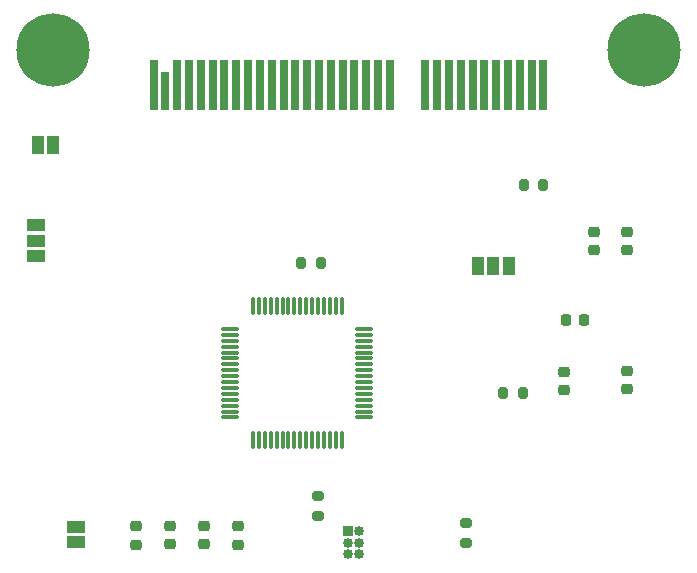
<source format=gbr>
%TF.GenerationSoftware,KiCad,Pcbnew,8.0.6*%
%TF.CreationDate,2024-10-28T16:17:03-03:00*%
%TF.ProjectId,CW312T_STM32F,43573331-3254-45f5-9354-4d3332462e6b,rev?*%
%TF.SameCoordinates,Original*%
%TF.FileFunction,Soldermask,Top*%
%TF.FilePolarity,Negative*%
%FSLAX46Y46*%
G04 Gerber Fmt 4.6, Leading zero omitted, Abs format (unit mm)*
G04 Created by KiCad (PCBNEW 8.0.6) date 2024-10-28 16:17:03*
%MOMM*%
%LPD*%
G01*
G04 APERTURE LIST*
G04 Aperture macros list*
%AMRoundRect*
0 Rectangle with rounded corners*
0 $1 Rounding radius*
0 $2 $3 $4 $5 $6 $7 $8 $9 X,Y pos of 4 corners*
0 Add a 4 corners polygon primitive as box body*
4,1,4,$2,$3,$4,$5,$6,$7,$8,$9,$2,$3,0*
0 Add four circle primitives for the rounded corners*
1,1,$1+$1,$2,$3*
1,1,$1+$1,$4,$5*
1,1,$1+$1,$6,$7*
1,1,$1+$1,$8,$9*
0 Add four rect primitives between the rounded corners*
20,1,$1+$1,$2,$3,$4,$5,0*
20,1,$1+$1,$4,$5,$6,$7,0*
20,1,$1+$1,$6,$7,$8,$9,0*
20,1,$1+$1,$8,$9,$2,$3,0*%
G04 Aperture macros list end*
%ADD10RoundRect,0.200000X-0.275000X0.200000X-0.275000X-0.200000X0.275000X-0.200000X0.275000X0.200000X0*%
%ADD11RoundRect,0.225000X-0.225000X-0.250000X0.225000X-0.250000X0.225000X0.250000X-0.225000X0.250000X0*%
%ADD12R,0.700000X4.300000*%
%ADD13R,0.700000X3.200000*%
%ADD14C,1.000000*%
%ADD15C,6.200000*%
%ADD16RoundRect,0.200000X0.200000X0.275000X-0.200000X0.275000X-0.200000X-0.275000X0.200000X-0.275000X0*%
%ADD17R,1.500000X1.000000*%
%ADD18RoundRect,0.075000X0.662500X0.075000X-0.662500X0.075000X-0.662500X-0.075000X0.662500X-0.075000X0*%
%ADD19RoundRect,0.075000X0.075000X0.662500X-0.075000X0.662500X-0.075000X-0.662500X0.075000X-0.662500X0*%
%ADD20R,1.000000X1.500000*%
%ADD21RoundRect,0.225000X-0.250000X0.225000X-0.250000X-0.225000X0.250000X-0.225000X0.250000X0.225000X0*%
%ADD22RoundRect,0.200000X-0.200000X-0.275000X0.200000X-0.275000X0.200000X0.275000X-0.200000X0.275000X0*%
%ADD23R,0.850000X0.850000*%
%ADD24O,0.850000X0.850000*%
G04 APERTURE END LIST*
D10*
%TO.C,R2*%
X138250000Y-98850000D03*
X138250000Y-100500000D03*
%TD*%
D11*
%TO.C,C5*%
X159250000Y-83900000D03*
X160800000Y-83900000D03*
%TD*%
D12*
%TO.C,P1*%
X157330000Y-63995000D03*
X156330000Y-63995000D03*
X155330000Y-63995000D03*
X154330000Y-63995000D03*
X153330000Y-63995000D03*
X152330000Y-63995000D03*
X151330000Y-63995000D03*
X150330000Y-63995000D03*
X149330000Y-63995000D03*
X148330000Y-63995000D03*
X147330000Y-63995000D03*
X144330000Y-63995000D03*
X143330000Y-63995000D03*
X142330000Y-63995000D03*
X141330000Y-63995000D03*
X140330000Y-63995000D03*
X139330000Y-63995000D03*
X138330000Y-63995000D03*
X137330000Y-63995000D03*
X136330000Y-63995000D03*
X135330000Y-63995000D03*
X134330000Y-63995000D03*
X133330000Y-63995000D03*
X132330000Y-63995000D03*
X131330000Y-63995000D03*
X130330000Y-63995000D03*
X129330000Y-63995000D03*
X128330000Y-63995000D03*
X127330000Y-63995000D03*
X126330000Y-63995000D03*
D13*
X125330000Y-64545000D03*
D12*
X124330000Y-63995000D03*
D14*
X113480000Y-61045000D03*
X114170000Y-59385000D03*
X114170000Y-62705000D03*
X115830000Y-58695000D03*
D15*
X115830000Y-61045000D03*
D14*
X115830000Y-63395000D03*
X117490000Y-59385000D03*
X117490000Y-62705000D03*
X118180000Y-61045000D03*
X163480000Y-61045000D03*
X164170000Y-59385000D03*
X164170000Y-62705000D03*
X165830000Y-58705000D03*
D15*
X165830000Y-61045000D03*
D14*
X165830000Y-63405000D03*
X167490000Y-59385000D03*
X167490000Y-62705000D03*
X168180000Y-61045000D03*
%TD*%
D16*
%TO.C,R4*%
X157300000Y-72500000D03*
X155650000Y-72500000D03*
%TD*%
D17*
%TO.C,JP1*%
X117800000Y-101400000D03*
X117800000Y-102700000D03*
%TD*%
D18*
%TO.C,U1*%
X142162500Y-92162500D03*
X142162500Y-91662500D03*
X142162500Y-91162500D03*
X142162500Y-90662500D03*
X142162500Y-90162500D03*
X142162500Y-89662500D03*
X142162500Y-89162500D03*
X142162500Y-88662500D03*
X142162500Y-88162500D03*
X142162500Y-87662500D03*
X142162500Y-87162500D03*
X142162500Y-86662500D03*
X142162500Y-86162500D03*
X142162500Y-85662500D03*
X142162500Y-85162500D03*
X142162500Y-84662500D03*
D19*
X140250000Y-82750000D03*
X139750000Y-82750000D03*
X139250000Y-82750000D03*
X138750000Y-82750000D03*
X138250000Y-82750000D03*
X137750000Y-82750000D03*
X137250000Y-82750000D03*
X136750000Y-82750000D03*
X136250000Y-82750000D03*
X135750000Y-82750000D03*
X135250000Y-82750000D03*
X134750000Y-82750000D03*
X134250000Y-82750000D03*
X133750000Y-82750000D03*
X133250000Y-82750000D03*
X132750000Y-82750000D03*
D18*
X130837500Y-84662500D03*
X130837500Y-85162500D03*
X130837500Y-85662500D03*
X130837500Y-86162500D03*
X130837500Y-86662500D03*
X130837500Y-87162500D03*
X130837500Y-87662500D03*
X130837500Y-88162500D03*
X130837500Y-88662500D03*
X130837500Y-89162500D03*
X130837500Y-89662500D03*
X130837500Y-90162500D03*
X130837500Y-90662500D03*
X130837500Y-91162500D03*
X130837500Y-91662500D03*
X130837500Y-92162500D03*
D19*
X132750000Y-94075000D03*
X133250000Y-94075000D03*
X133750000Y-94075000D03*
X134250000Y-94075000D03*
X134750000Y-94075000D03*
X135250000Y-94075000D03*
X135750000Y-94075000D03*
X136250000Y-94075000D03*
X136750000Y-94075000D03*
X137250000Y-94075000D03*
X137750000Y-94075000D03*
X138250000Y-94075000D03*
X138750000Y-94075000D03*
X139250000Y-94075000D03*
X139750000Y-94075000D03*
X140250000Y-94075000D03*
%TD*%
D20*
%TO.C,JP3*%
X115800000Y-69100000D03*
X114500000Y-69100000D03*
%TD*%
D21*
%TO.C,C3*%
X164400000Y-76450000D03*
X164400000Y-78000000D03*
%TD*%
%TO.C,C2*%
X159100000Y-88275000D03*
X159100000Y-89825000D03*
%TD*%
D10*
%TO.C,R3*%
X150750000Y-101100000D03*
X150750000Y-102750000D03*
%TD*%
D21*
%TO.C,C4*%
X161650000Y-76450000D03*
X161650000Y-78000000D03*
%TD*%
%TO.C,C1*%
X164400000Y-88200000D03*
X164400000Y-89750000D03*
%TD*%
D16*
%TO.C,R5*%
X155600000Y-90100000D03*
X153950000Y-90100000D03*
%TD*%
D17*
%TO.C,JP2*%
X114350000Y-75900000D03*
X114350000Y-77200000D03*
X114350000Y-78500000D03*
%TD*%
D21*
%TO.C,C8*%
X125700000Y-101350000D03*
X125700000Y-102900000D03*
%TD*%
D22*
%TO.C,R1*%
X136850000Y-79100000D03*
X138500000Y-79100000D03*
%TD*%
D23*
%TO.C,J1*%
X140750000Y-101750000D03*
D24*
X141750000Y-101750000D03*
X140750000Y-102750000D03*
X141750000Y-102750000D03*
X140750000Y-103750000D03*
X141750000Y-103750000D03*
%TD*%
D21*
%TO.C,C7*%
X128600000Y-101325000D03*
X128600000Y-102875000D03*
%TD*%
%TO.C,C6*%
X131500000Y-101375000D03*
X131500000Y-102925000D03*
%TD*%
%TO.C,C9*%
X122850000Y-101375000D03*
X122850000Y-102925000D03*
%TD*%
D20*
%TO.C,JP4*%
X151800000Y-79300000D03*
X153100000Y-79300000D03*
X154400000Y-79300000D03*
%TD*%
M02*

</source>
